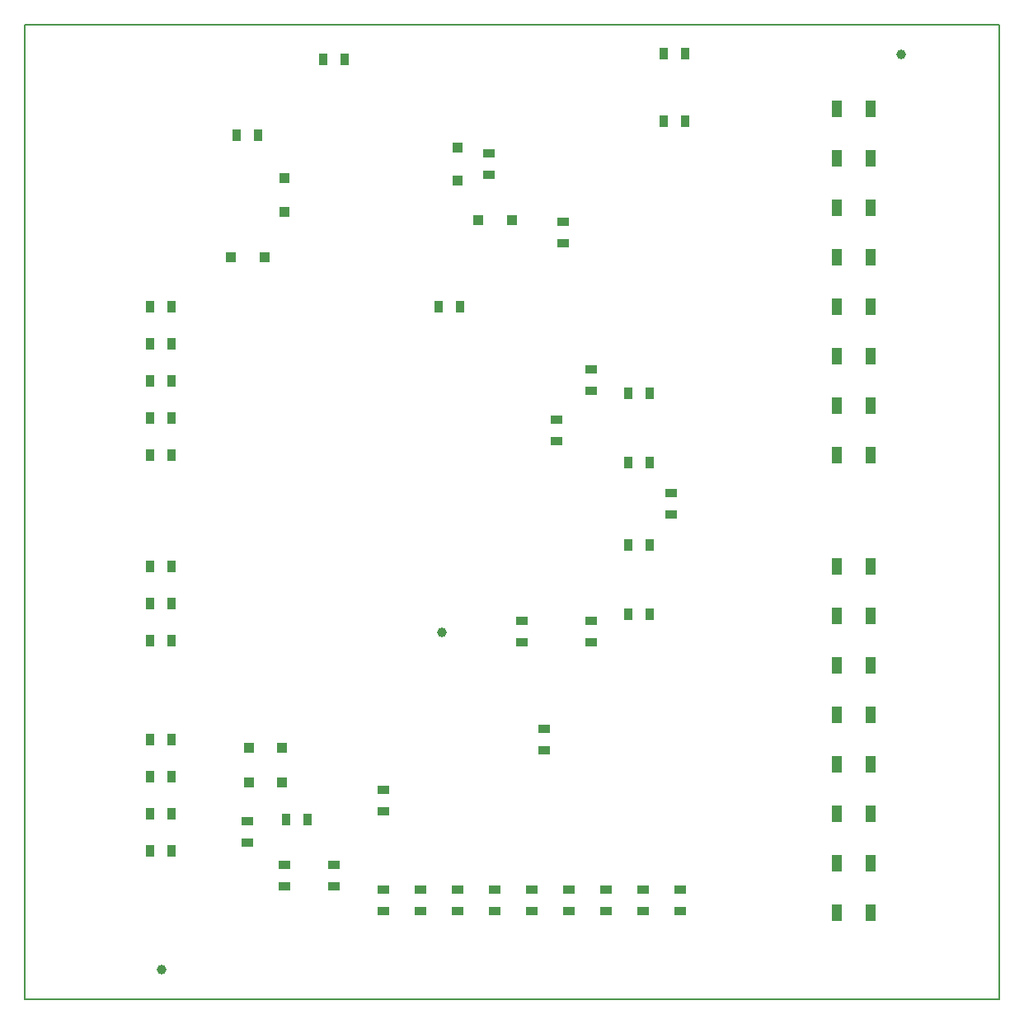
<source format=gbp>
G04 #@! TF.GenerationSoftware,KiCad,Pcbnew,(5.1.0)-1*
G04 #@! TF.CreationDate,2019-04-03T22:14:52+01:00*
G04 #@! TF.ProjectId,DAC-AK4458-1.0,4441432d-414b-4343-9435-382d312e302e,1.0*
G04 #@! TF.SameCoordinates,PX6422c40PY8f0d180*
G04 #@! TF.FileFunction,Paste,Bot*
G04 #@! TF.FilePolarity,Positive*
%FSLAX46Y46*%
G04 Gerber Fmt 4.6, Leading zero omitted, Abs format (unit mm)*
G04 Created by KiCad (PCBNEW (5.1.0)-1) date 2019-04-03 22:14:52*
%MOMM*%
%LPD*%
G04 APERTURE LIST*
%ADD10C,0.150000*%
%ADD11R,1.300000X0.900000*%
%ADD12R,0.900000X1.300000*%
%ADD13R,1.000000X1.000000*%
%ADD14R,1.100000X1.700000*%
%ADD15C,1.000000*%
G04 APERTURE END LIST*
D10*
X100000000Y0D02*
X0Y0D01*
X100000000Y100000000D02*
X100000000Y0D01*
X0Y100000000D02*
X100000000Y100000000D01*
X0Y0D02*
X0Y100000000D01*
D11*
X53340000Y25570000D03*
X53340000Y27770000D03*
D12*
X15070000Y19050000D03*
X12870000Y19050000D03*
D13*
X26670000Y84250000D03*
X26670000Y80850000D03*
D14*
X86790000Y91440000D03*
X83390000Y91440000D03*
X86790000Y86360000D03*
X83390000Y86360000D03*
X86790000Y81280000D03*
X83390000Y81280000D03*
X86790000Y76200000D03*
X83390000Y76200000D03*
X86790000Y71120000D03*
X83390000Y71120000D03*
X86790000Y66040000D03*
X83390000Y66040000D03*
X86790000Y60960000D03*
X83390000Y60960000D03*
X86790000Y55880000D03*
X83390000Y55880000D03*
X86790000Y44450000D03*
X83390000Y44450000D03*
X86790000Y39370000D03*
X83390000Y39370000D03*
X86790000Y34290000D03*
X83390000Y34290000D03*
X86790000Y29210000D03*
X83390000Y29210000D03*
X86790000Y24130000D03*
X83390000Y24130000D03*
X86790000Y19050000D03*
X83390000Y19050000D03*
D11*
X59690000Y9060000D03*
X59690000Y11260000D03*
X52070000Y9060000D03*
X52070000Y11260000D03*
X48260000Y9060000D03*
X48260000Y11260000D03*
X44450000Y9060000D03*
X44450000Y11260000D03*
D14*
X86790000Y13970000D03*
X83390000Y13970000D03*
X86790000Y8890000D03*
X83390000Y8890000D03*
D11*
X36830000Y19300000D03*
X36830000Y21500000D03*
X31750000Y13800000D03*
X31750000Y11600000D03*
D12*
X15070000Y63500000D03*
X12870000Y63500000D03*
X15070000Y59690000D03*
X12870000Y59690000D03*
X15070000Y40640000D03*
X12870000Y40640000D03*
X12870000Y67310000D03*
X15070000Y67310000D03*
X44700000Y71100000D03*
X42500000Y71100000D03*
D11*
X66357500Y51943000D03*
X66357500Y49743000D03*
D12*
X23960000Y88700000D03*
X21760000Y88700000D03*
X65575000Y97100000D03*
X67775000Y97100000D03*
X12870000Y44450000D03*
X15070000Y44450000D03*
X15070000Y71120000D03*
X12870000Y71120000D03*
D11*
X26670000Y11600000D03*
X26670000Y13800000D03*
D12*
X12870000Y26670000D03*
X15070000Y26670000D03*
X12870000Y22860000D03*
X15070000Y22860000D03*
X65575000Y90170000D03*
X67775000Y90170000D03*
D11*
X55245000Y79840000D03*
X55245000Y77640000D03*
D13*
X49960000Y80010000D03*
X46560000Y80010000D03*
X24560000Y76200000D03*
X21160000Y76200000D03*
X44450000Y84025000D03*
X44450000Y87425000D03*
D12*
X32850000Y96520000D03*
X30650000Y96520000D03*
X26840000Y18415000D03*
X29040000Y18415000D03*
D15*
X90000000Y97000000D03*
X14000000Y3000000D03*
D11*
X54610000Y59456500D03*
X54610000Y57256500D03*
X58166000Y62484000D03*
X58166000Y64684000D03*
D12*
X61976000Y62166500D03*
X64176000Y62166500D03*
X61976000Y55054500D03*
X64176000Y55054500D03*
D11*
X40640000Y11260000D03*
X40640000Y9060000D03*
X36830000Y11260000D03*
X36830000Y9060000D03*
X22860000Y18245000D03*
X22860000Y16045000D03*
X47625000Y84625000D03*
X47625000Y86825000D03*
D12*
X15070000Y15240000D03*
X12870000Y15240000D03*
X15070000Y36830000D03*
X12870000Y36830000D03*
X15070000Y55880000D03*
X12870000Y55880000D03*
X61976000Y46609000D03*
X64176000Y46609000D03*
X61976000Y39497000D03*
X64176000Y39497000D03*
D11*
X58166000Y38862000D03*
X58166000Y36662000D03*
X51054000Y38862000D03*
X51054000Y36662000D03*
D13*
X26415000Y22265000D03*
X23015000Y22265000D03*
D11*
X55880000Y9060000D03*
X55880000Y11260000D03*
X63500000Y9060000D03*
X63500000Y11260000D03*
X67310000Y9060000D03*
X67310000Y11260000D03*
D15*
X42800000Y37600000D03*
D13*
X23015000Y25765000D03*
X26415000Y25765000D03*
M02*

</source>
